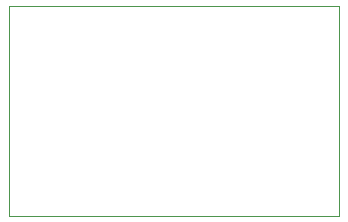
<source format=gbr>
%TF.GenerationSoftware,KiCad,Pcbnew,(7.0.0)*%
%TF.CreationDate,2023-03-15T15:08:56+01:00*%
%TF.ProjectId,PCH-1000JIG_0805,5043482d-3130-4303-904a-49475f303830,rev?*%
%TF.SameCoordinates,Original*%
%TF.FileFunction,Profile,NP*%
%FSLAX46Y46*%
G04 Gerber Fmt 4.6, Leading zero omitted, Abs format (unit mm)*
G04 Created by KiCad (PCBNEW (7.0.0)) date 2023-03-15 15:08:56*
%MOMM*%
%LPD*%
G01*
G04 APERTURE LIST*
%TA.AperFunction,Profile*%
%ADD10C,0.100000*%
%TD*%
G04 APERTURE END LIST*
D10*
X35560000Y-30480000D02*
X63500000Y-30480000D01*
X63500000Y-30480000D02*
X63500000Y-48260000D01*
X63500000Y-48260000D02*
X35560000Y-48260000D01*
X35560000Y-48260000D02*
X35560000Y-30480000D01*
M02*

</source>
